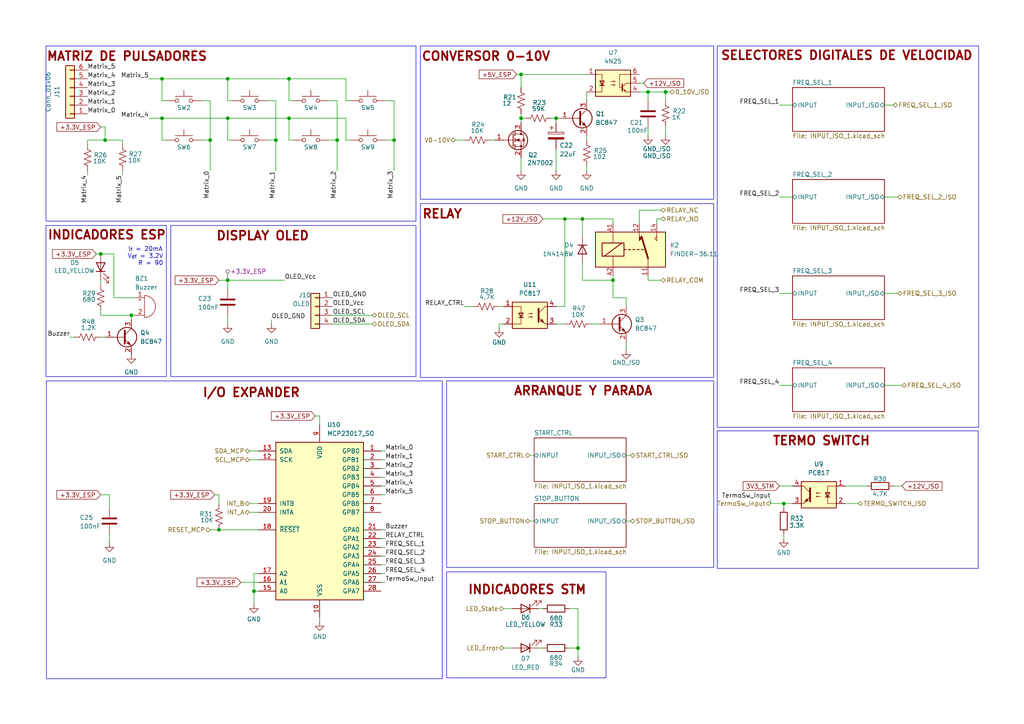
<source format=kicad_sch>
(kicad_sch (version 20250114) (generator "eeschema") (generator_version "9.0")
  (paper "A4")
  (title_block (title "Variador de frecuencia LVDC") (date "2025-08-05") (rev "0") (company "Andrenacci - Carra"))
  (lib_symbols
    (symbol "Connector_Generic:Conn_01x04" (pin_names (offset 1.016) (hide yes))
      (property "Reference" "J" (at 0 5.08 0))
      (property "Value" "Conn_01x04" (at 0 -7.62 0))
      (symbol "Conn_01x04_1_1"
        (pin passive line (at -5.08 2.54 0) (length 3.81) (name "Pin_1") (number "1"))
        (pin passive line (at -5.08 0 0) (length 3.81) (name "Pin_2") (number "2"))
        (pin passive line (at -5.08 -2.54 0) (length 3.81) (name "Pin_3") (number "3"))
        (pin passive line (at -5.08 -5.08 0) (length 3.81) (name "Pin_4") (number "4"))
      )
    )
    (symbol "Connector_Generic:Conn_01x06" (pin_names (offset 1.016) (hide yes))
      (property "Reference" "J" (at 0 7.62 0))
      (property "Value" "Conn_01x06" (at 0 -10.16 0))
      (symbol "Conn_01x06_1_1"
        (pin passive line (at -5.08 5.08 0) (length 3.81) (name "Pin_1") (number "1"))
        (pin passive line (at -5.08 2.54 0) (length 3.81) (name "Pin_2") (number "2"))
        (pin passive line (at -5.08 0 0) (length 3.81) (name "Pin_3") (number "3"))
        (pin passive line (at -5.08 -2.54 0) (length 3.81) (name "Pin_4") (number "4"))
        (pin passive line (at -5.08 -5.08 0) (length 3.81) (name "Pin_5") (number "5"))
        (pin passive line (at -5.08 -7.62 0) (length 3.81) (name "Pin_6") (number "6"))
      )
    )
    (symbol "Device:Buzzer" (pin_names (offset 0.0254) (hide yes))
      (property "Reference" "BZ" (at 3.81 1.27 0))
      (property "Value" "Buzzer" (at 3.81 -1.27 0))
      (symbol "Buzzer_1_1"
        (pin passive line (at -2.54 2.54 0) (length 2.54) (name "+") (number "1"))
        (pin passive line (at -2.54 -2.54 0) (length 2.54) (name "-") (number "2"))
      )
    )
    (symbol "Device:C" (pin_numbers (hide yes)) (pin_names (offset 0.254))
      (property "Reference" "C" (at 0.635 2.54 0))
      (property "Value" "C" (at 0.635 -2.54 0))
      (symbol "C_1_1"
        (pin passive line (at 0 3.81 270) (length 2.794) (name "~") (number "1"))
        (pin passive line (at 0 -3.81 90) (length 2.794) (name "~") (number "2"))
      )
    )
    (symbol "Device:C_Polarized" (pin_numbers (hide yes)) (pin_names (offset 0.254))
      (property "Reference" "C" (at 0.635 2.54 0))
      (property "Value" "C_Polarized" (at 0.635 -2.54 0))
      (symbol "C_Polarized_1_1"
        (pin passive line (at 0 3.81 270) (length 2.794) (name "~") (number "1"))
        (pin passive line (at 0 -3.81 90) (length 2.794) (name "~") (number "2"))
      )
    )
    (symbol "Device:LED" (pin_numbers (hide yes)) (pin_names (offset 1.016) (hide yes))
      (property "Reference" "D" (at 0 2.54 0))
      (property "Value" "LED" (at 0 -2.54 0))
      (symbol "LED_1_1"
        (pin passive line (at -3.81 0 0) (length 2.54) (name "K") (number "1"))
        (pin passive line (at 3.81 0 180) (length 2.54) (name "A") (number "2"))
      )
    )
    (symbol "Device:R" (pin_numbers (hide yes)) (pin_names (offset 0))
      (property "Reference" "R" (at 2.032 0 90))
      (property "Value" "R" (at 0 0 90))
      (symbol "R_1_1"
        (pin passive line (at 0 3.81 270) (length 1.27) (name "~") (number "1"))
        (pin passive line (at 0 -3.81 90) (length 1.27) (name "~") (number "2"))
      )
    )
    (symbol "Device:R_US" (pin_numbers (hide yes)) (pin_names (offset 0))
      (property "Reference" "R" (at 2.54 0 90))
      (property "Value" "R_US" (at -2.54 0 90))
      (symbol "R_US_1_1"
        (pin passive line (at 0 3.81 270) (length 1.27) (name "~") (number "1"))
        (pin passive line (at 0 -3.81 90) (length 1.27) (name "~") (number "2"))
      )
    )
    (symbol "Diode:1N4148W" (pin_numbers (hide yes)) (pin_names (hide yes))
      (property "Reference" "D" (at 0 2.54 0))
      (property "Value" "1N4148W" (at 0 -2.54 0))
      (symbol "1N4148W_1_1"
        (pin passive line (at -3.81 0 0) (length 2.54) (name "K") (number "1"))
        (pin passive line (at 3.81 0 180) (length 2.54) (name "A") (number "2"))
      )
    )
    (symbol "Interface_Expansion:MCP23017_SO" (pin_names (offset 1.016))
      (property "Reference" "U" (at -11.43 24.13 0))
      (property "Value" "MCP23017_SO" (at 0 0 0))
      (symbol "MCP23017_SO_1_1"
        (pin bidirectional line (at -17.78 20.32 0) (length 5.08) (name "SDA") (number "13"))
        (pin input line (at -17.78 17.78 0) (length 5.08) (name "SCK") (number "12"))
        (pin tri_state line (at -17.78 5.08 0) (length 5.08) (name "INTB") (number "19"))
        (pin tri_state line (at -17.78 2.54 0) (length 5.08) (name "INTA") (number "20"))
        (pin input line (at -17.78 -2.54 0) (length 5.08) (name "~{RESET}") (number "18"))
        (pin input line (at -17.78 -15.24 0) (length 5.08) (name "A2") (number "17"))
        (pin input line (at -17.78 -17.78 0) (length 5.08) (name "A1") (number "16"))
        (pin input line (at -17.78 -20.32 0) (length 5.08) (name "A0") (number "15"))
        (pin no_connect line (at -12.7 15.24 0) (length 5.08) (hide yes) (name "NC") (number "11"))
        (pin no_connect line (at -12.7 12.7 0) (length 5.08) (hide yes) (name "NC") (number "14"))
        (pin power_in line (at 0 27.94 270) (length 5.08) (name "VDD") (number "9"))
        (pin power_in line (at 0 -27.94 90) (length 5.08) (name "VSS") (number "10"))
        (pin bidirectional line (at 17.78 20.32 180) (length 5.08) (name "GPB0") (number "1"))
        (pin bidirectional line (at 17.78 17.78 180) (length 5.08) (name "GPB1") (number "2"))
        (pin bidirectional line (at 17.78 15.24 180) (length 5.08) (name "GPB2") (number "3"))
        (pin bidirectional line (at 17.78 12.7 180) (length 5.08) (name "GPB3") (number "4"))
        (pin bidirectional line (at 17.78 10.16 180) (length 5.08) (name "GPB4") (number "5"))
        (pin bidirectional line (at 17.78 7.62 180) (length 5.08) (name "GPB5") (number "6"))
        (pin bidirectional line (at 17.78 5.08 180) (length 5.08) (name "GPB6") (number "7"))
        (pin output line (at 17.78 2.54 180) (length 5.08) (name "GPB7") (number "8"))
        (pin bidirectional line (at 17.78 -2.54 180) (length 5.08) (name "GPA0") (number "21"))
        (pin bidirectional line (at 17.78 -5.08 180) (length 5.08) (name "GPA1") (number "22"))
        (pin bidirectional line (at 17.78 -7.62 180) (length 5.08) (name "GPA2") (number "23"))
        (pin bidirectional line (at 17.78 -10.16 180) (length 5.08) (name "GPA3") (number "24"))
        (pin bidirectional line (at 17.78 -12.7 180) (length 5.08) (name "GPA4") (number "25"))
        (pin bidirectional line (at 17.78 -15.24 180) (length 5.08) (name "GPA5") (number "26"))
        (pin bidirectional line (at 17.78 -17.78 180) (length 5.08) (name "GPA6") (number "27"))
        (pin output line (at 17.78 -20.32 180) (length 5.08) (name "GPA7") (number "28"))
      )
    )
    (symbol "Isolator:4N25" (pin_names (offset 1.016))
      (property "Reference" "U" (at -5.08 5.08 0))
      (property "Value" "4N25" (at 0 5.08 0))
      (symbol "4N25_1_1"
        (pin passive line (at -7.62 2.54 0) (length 2.54) (name "~") (number "1"))
        (pin passive line (at -7.62 -2.54 0) (length 2.54) (name "~") (number "2"))
        (pin no_connect line (at -5.08 0 0) (length 2.54) (hide yes) (name "NC") (number "3"))
        (pin passive line (at 7.62 2.54 180) (length 2.54) (name "~") (number "6"))
        (pin passive line (at 7.62 0 180) (length 2.54) (name "~") (number "5"))
        (pin passive line (at 7.62 -2.54 180) (length 2.54) (name "~") (number "4"))
      )
    )
    (symbol "Isolator:PC817" (pin_names (offset 1.016))
      (property "Reference" "U" (at -5.08 5.08 0))
      (property "Value" "PC817" (at 0 5.08 0))
      (symbol "PC817_1_1"
        (pin passive line (at -7.62 2.54 0) (length 2.54) (name "~") (number "1"))
        (pin passive line (at -7.62 -2.54 0) (length 2.54) (name "~") (number "2"))
        (pin passive line (at 7.62 2.54 180) (length 2.54) (name "~") (number "4"))
        (pin passive line (at 7.62 -2.54 180) (length 2.54) (name "~") (number "3"))
      )
    )
    (symbol "Relay:FINDER-36.11"
      (property "Reference" "K" (at 11.43 3.81 0))
      (property "Value" "FINDER-36.11" (at 11.43 1.27 0))
      (symbol "FINDER-36.11_1_1"
        (pin passive line (at -5.08 7.62 270) (length 2.54) (name "~") (number "A1"))
        (pin passive line (at -5.08 -7.62 90) (length 2.54) (name "~") (number "A2"))
        (pin passive line (at 2.54 7.62 270) (length 2.54) (name "~") (number "12"))
        (pin passive line (at 5.08 -7.62 90) (length 2.54) (name "~") (number "11"))
        (pin passive line (at 7.62 7.62 270) (length 2.54) (name "~") (number "14"))
      )
    )
    (symbol "SW_MEC_5G_1" (pin_numbers (hide yes)) (pin_names (offset 1.016) (hide yes))
      (property "Reference" "SW2" (at 0 -2.032 0))
      (symbol "SW_MEC_5G_1_0_1"
        (pin passive line (at -5.08 0 0) (length 2.54) (name "A") (number "1"))
      )
      (symbol "SW_MEC_5G_1_1_1"
        (pin passive line (at 5.08 0 180) (length 2.54) (name "B") (number "2"))
      )
    )
    (symbol "Transistor_BJT:BC847" (pin_names (offset 0) (hide yes))
      (property "Reference" "Q" (at 5.08 1.905 0))
      (property "Value" "BC847" (at 5.08 0 0))
      (symbol "BC847_1_1"
        (pin input line (at -5.08 0 0) (length 2.54) (name "B") (number "1"))
        (pin passive line (at 2.54 5.08 270) (length 2.54) (name "C") (number "3"))
        (pin passive line (at 2.54 -5.08 90) (length 2.54) (name "E") (number "2"))
      )
    )
    (symbol "Transistor_FET:2N7002" (pin_names (offset 0) (hide yes))
      (property "Reference" "Q" (at 5.08 1.905 0))
      (property "Value" "2N7002" (at 5.08 0 0))
      (symbol "2N7002_1_1"
        (pin input line (at -5.08 0 0) (length 2.54) (name "G") (number "1"))
        (pin passive line (at 2.54 5.08 270) (length 2.54) (name "D") (number "3"))
        (pin passive line (at 2.54 -5.08 90) (length 2.54) (name "S") (number "2"))
      )
    )
    (symbol "power:GND" (power) (pin_numbers (hide yes)) (pin_names (offset 0) (hide yes))
      (property "Value" "GND" (at 0 -3.81 0))
      (symbol "GND_1_1"
        (pin power_in line (at 0 0 270) (length 0) (name "~") (number "1"))
      )
    )
  )
  (rectangle (start 208.026 124.968) (end 283.718 164.846))
  (rectangle (start 13.335 13.335) (end 120.65 64.135))
  (rectangle (start 49.53 65.405) (end 120.65 109.22))
  (rectangle (start 121.92 13.335) (end 207.01 57.785))
  (rectangle (start 129.54 110.49) (end 207.01 164.592))
  (rectangle (start 13.335 65.405) (end 48.26 109.22))
  (rectangle (start 121.92 59.055) (end 207.01 109.474))
  (rectangle (start 129.54 165.862) (end 175.768 196.596))
  (rectangle (start 208.026 13.335) (end 283.845 123.952))
  (rectangle (start 13.462 110.49) (end 128.27 196.85))
  (text "R = 90" (at 43.688 76.454 0) (effects (font (size 1.27 1.27))))
  (text "I_{f} = 20mA\nV_{d_{f}} = 3.2V" (at 42.164 73.406 0) (effects (font (size 1.27 1.27))))
  (text "RELAY" (at 128.27 62.23 0) (effects (font (size 2.54 2.54) (thickness 0.508) (bold yes))))
  (text "MATRIZ DE PULSADORES" (at 36.83 16.51 0) (effects (font (size 2.54 2.54) (thickness 0.508) (bold yes))))
  (text "ARRANQUE Y PARADA" (at 169.164 113.538 0) (effects (font (size 2.54 2.54) (thickness 0.508) (bold yes))))
  (text "INDICADORES STM" (at 152.908 171.196 0) (effects (font (size 2.54 2.54) (thickness 0.508) (bold yes))))
  (text "TERMO SWITCH" (at 238.252 128.016 0) (effects (font (size 2.54 2.54) (thickness 0.508) (bold yes))))
  (text "I/O EXPANDER" (at 72.898 114.046 0) (effects (font (size 2.54 2.54) (thickness 0.508) (bold yes))))
  (text "DISPLAY OLED" (at 76.2 68.58 0) (effects (font (size 2.54 2.54) (thickness 0.508) (bold yes))))
  (text "INDICADORES ESP" (at 30.988 68.326 0) (effects (font (size 2.54 2.54) (thickness 0.508) (bold yes))))
  (text "SELECTORES DIGITALES DE VELOCIDAD\n" (at 245.618 16.256 0) (effects (font (size 2.54 2.54) (thickness 0.508) (bold yes))))
  (text "CONVERSOR 0-10V" (at 140.97 16.51 0) (effects (font (size 2.54 2.54) (thickness 0.508) (bold yes))))
  (junction (at 227.33 146.05))
  (junction (at 80.01 40.64))
  (junction (at 168.91 63.5))
  (junction (at 114.3 40.64))
  (junction (at 38.1 91.44))
  (junction (at 29.21 73.66))
  (junction (at 177.8 81.28))
  (junction (at 161.29 34.29))
  (junction (at 151.13 21.59))
  (junction (at 163.83 63.5))
  (junction (at 83.82 34.29))
  (junction (at 151.13 34.29))
  (junction (at 167.64 187.96))
  (junction (at 73.66 171.45))
  (junction (at 66.04 81.28))
  (junction (at 30.48 40.64))
  (junction (at 193.04 26.67))
  (junction (at 46.99 22.86))
  (junction (at 66.04 22.86))
  (junction (at 63.5 153.67))
  (junction (at 97.79 40.64))
  (junction (at 83.82 22.86))
  (junction (at 60.96 40.64))
  (junction (at 46.99 34.29))
  (junction (at 66.04 34.29))
  (junction (at 187.96 26.67))
  (wire (pts (xy 142.24 40.64) (xy 143.51 40.64)))
  (wire (pts (xy 69.85 168.91) (xy 74.93 168.91)))
  (wire (pts (xy 63.5 81.28) (xy 66.04 81.28)))
  (wire (pts (xy 167.64 187.96) (xy 167.64 176.53)))
  (wire (pts (xy 227.33 146.05) (xy 223.52 146.05)))
  (wire (pts (xy 181.61 86.36) (xy 177.8 86.36)))
  (wire (pts (xy 60.96 40.64) (xy 60.96 49.53)))
  (wire (pts (xy 256.54 85.09) (xy 260.35 85.09)))
  (wire (pts (xy 100.33 29.21) (xy 100.33 22.86)))
  (wire (pts (xy 181.61 86.36) (xy 181.61 88.9)))
  (wire (pts (xy 226.06 140.97) (xy 229.87 140.97)))
  (wire (pts (xy 110.49 133.35) (xy 111.76 133.35)))
  (wire (pts (xy 110.49 138.43) (xy 111.76 138.43)))
  (wire (pts (xy 181.61 132.08) (xy 182.88 132.08)))
  (wire (pts (xy 161.29 43.18) (xy 161.29 49.53)))
  (wire (pts (xy 186.69 24.13) (xy 185.42 24.13)))
  (wire (pts (xy 146.05 176.53) (xy 148.59 176.53)))
  (wire (pts (xy 170.18 48.26) (xy 170.18 49.53)))
  (wire (pts (xy 66.04 91.44) (xy 66.04 93.98)))
  (wire (pts (xy 29.21 36.83) (xy 30.48 36.83)))
  (wire (pts (xy 25.4 40.64) (xy 25.4 41.91)))
  (wire (pts (xy 73.66 166.37) (xy 74.93 166.37)))
  (wire (pts (xy 248.92 146.05) (xy 245.11 146.05)))
  (wire (pts (xy 38.1 91.44) (xy 39.37 91.44)))
  (wire (pts (xy 151.13 33.02) (xy 151.13 34.29)))
  (wire (pts (xy 111.76 166.37) (xy 110.49 166.37)))
  (wire (pts (xy 83.82 34.29) (xy 100.33 34.29)))
  (wire (pts (xy 156.21 176.53) (xy 157.48 176.53)))
  (wire (pts (xy 163.83 63.5) (xy 163.83 88.9)))
  (wire (pts (xy 161.29 88.9) (xy 163.83 88.9)))
  (wire (pts (xy 43.18 22.86) (xy 46.99 22.86)))
  (wire (pts (xy 170.18 39.37) (xy 170.18 40.64)))
  (wire (pts (xy 191.77 63.5) (xy 190.5 63.5)))
  (wire (pts (xy 60.96 153.67) (xy 63.5 153.67)))
  (wire (pts (xy 38.1 91.44) (xy 38.1 92.71)))
  (wire (pts (xy 72.39 146.05) (xy 74.93 146.05)))
  (wire (pts (xy 97.79 40.64) (xy 97.79 49.53)))
  (wire (pts (xy 73.66 171.45) (xy 73.66 166.37)))
  (wire (pts (xy 110.49 143.51) (xy 111.76 143.51)))
  (wire (pts (xy 111.76 163.83) (xy 110.49 163.83)))
  (wire (pts (xy 46.99 40.64) (xy 48.26 40.64)))
  (wire (pts (xy 187.96 26.67) (xy 187.96 29.21)))
  (wire (pts (xy 144.78 93.98) (xy 144.78 95.25)))
  (wire (pts (xy 114.3 40.64) (xy 114.3 29.21)))
  (wire (pts (xy 168.91 76.2) (xy 168.91 81.28)))
  (wire (pts (xy 95.25 29.21) (xy 97.79 29.21)))
  (wire (pts (xy 66.04 22.86) (xy 66.04 29.21)))
  (wire (pts (xy 226.06 111.76) (xy 229.87 111.76)))
  (wire (pts (xy 168.91 63.5) (xy 177.8 63.5)))
  (wire (pts (xy 96.52 91.44) (xy 107.95 91.44)))
  (wire (pts (xy 149.86 21.59) (xy 151.13 21.59)))
  (wire (pts (xy 80.01 40.64) (xy 80.01 49.53)))
  (wire (pts (xy 48.26 29.21) (xy 46.99 29.21)))
  (wire (pts (xy 177.8 63.5) (xy 177.8 64.77)))
  (wire (pts (xy 46.99 34.29) (xy 66.04 34.29)))
  (wire (pts (xy 226.06 30.48) (xy 229.87 30.48)))
  (wire (pts (xy 187.96 36.83) (xy 187.96 39.37)))
  (wire (pts (xy 146.05 187.96) (xy 148.59 187.96)))
  (wire (pts (xy 181.61 99.06) (xy 181.61 101.6)))
  (wire (pts (xy 46.99 22.86) (xy 66.04 22.86)))
  (wire (pts (xy 111.76 168.91) (xy 110.49 168.91)))
  (wire (pts (xy 29.21 91.44) (xy 38.1 91.44)))
  (wire (pts (xy 100.33 22.86) (xy 83.82 22.86)))
  (wire (pts (xy 58.42 40.64) (xy 60.96 40.64)))
  (wire (pts (xy 66.04 81.28) (xy 66.04 83.82)))
  (wire (pts (xy 83.82 29.21) (xy 85.09 29.21)))
  (wire (pts (xy 29.21 73.66) (xy 33.02 73.66)))
  (wire (pts (xy 92.71 120.65) (xy 92.71 123.19)))
  (wire (pts (xy 31.75 154.94) (xy 31.75 157.48)))
  (wire (pts (xy 31.75 143.51) (xy 31.75 147.32)))
  (wire (pts (xy 151.13 34.29) (xy 152.4 34.29)))
  (wire (pts (xy 151.13 21.59) (xy 151.13 25.4)))
  (wire (pts (xy 29.21 97.79) (xy 30.48 97.79)))
  (wire (pts (xy 60.96 29.21) (xy 60.96 40.64)))
  (wire (pts (xy 29.21 91.44) (xy 29.21 90.17)))
  (wire (pts (xy 77.47 40.64) (xy 80.01 40.64)))
  (wire (pts (xy 35.56 40.64) (xy 35.56 41.91)))
  (wire (pts (xy 77.47 29.21) (xy 80.01 29.21)))
  (wire (pts (xy 171.45 93.98) (xy 173.99 93.98)))
  (wire (pts (xy 97.79 29.21) (xy 97.79 40.64)))
  (wire (pts (xy 153.67 151.13) (xy 154.94 151.13)))
  (wire (pts (xy 100.33 34.29) (xy 100.33 40.64)))
  (wire (pts (xy 58.42 29.21) (xy 60.96 29.21)))
  (wire (pts (xy 251.46 140.97) (xy 245.11 140.97)))
  (wire (pts (xy 134.62 88.9) (xy 137.16 88.9)))
  (wire (pts (xy 114.3 40.64) (xy 114.3 49.53)))
  (wire (pts (xy 163.83 63.5) (xy 168.91 63.5)))
  (wire (pts (xy 72.39 133.35) (xy 74.93 133.35)))
  (wire (pts (xy 83.82 22.86) (xy 83.82 29.21)))
  (wire (pts (xy 46.99 34.29) (xy 46.99 40.64)))
  (wire (pts (xy 63.5 143.51) (xy 63.5 146.05)))
  (wire (pts (xy 227.33 146.05) (xy 227.33 147.32)))
  (wire (pts (xy 43.18 34.29) (xy 46.99 34.29)))
  (wire (pts (xy 66.04 81.28) (xy 82.55 81.28)))
  (wire (pts (xy 100.33 40.64) (xy 101.6 40.64)))
  (wire (pts (xy 63.5 153.67) (xy 74.93 153.67)))
  (wire (pts (xy 29.21 143.51) (xy 31.75 143.51)))
  (wire (pts (xy 161.29 34.29) (xy 162.56 34.29)))
  (wire (pts (xy 110.49 130.81) (xy 111.76 130.81)))
  (wire (pts (xy 227.33 156.21) (xy 227.33 154.94)))
  (wire (pts (xy 229.87 146.05) (xy 227.33 146.05)))
  (wire (pts (xy 83.82 34.29) (xy 83.82 40.64)))
  (wire (pts (xy 29.21 82.55) (xy 29.21 81.28)))
  (wire (pts (xy 101.6 29.21) (xy 100.33 29.21)))
  (wire (pts (xy 185.42 26.67) (xy 187.96 26.67)))
  (wire (pts (xy 110.49 156.21) (xy 111.76 156.21)))
  (wire (pts (xy 144.78 93.98) (xy 146.05 93.98)))
  (wire (pts (xy 67.31 40.64) (xy 66.04 40.64)))
  (wire (pts (xy 66.04 22.86) (xy 83.82 22.86)))
  (wire (pts (xy 177.8 81.28) (xy 168.91 81.28)))
  (wire (pts (xy 78.74 92.71) (xy 78.74 93.98)))
  (wire (pts (xy 226.06 57.15) (xy 229.87 57.15)))
  (wire (pts (xy 170.18 26.67) (xy 170.18 29.21)))
  (wire (pts (xy 151.13 45.72) (xy 151.13 49.53)))
  (wire (pts (xy 144.78 88.9) (xy 146.05 88.9)))
  (wire (pts (xy 190.5 63.5) (xy 190.5 64.77)))
  (wire (pts (xy 167.64 190.5) (xy 167.64 187.96)))
  (wire (pts (xy 33.02 73.66) (xy 33.02 86.36)))
  (wire (pts (xy 193.04 26.67) (xy 194.31 26.67)))
  (wire (pts (xy 91.44 120.65) (xy 92.71 120.65)))
  (wire (pts (xy 110.49 153.67) (xy 111.76 153.67)))
  (wire (pts (xy 111.76 161.29) (xy 110.49 161.29)))
  (wire (pts (xy 185.42 60.96) (xy 191.77 60.96)))
  (wire (pts (xy 187.96 80.01) (xy 187.96 81.28)))
  (wire (pts (xy 165.1 187.96) (xy 167.64 187.96)))
  (wire (pts (xy 30.48 36.83) (xy 30.48 40.64)))
  (wire (pts (xy 165.1 176.53) (xy 167.64 176.53)))
  (wire (pts (xy 62.23 143.51) (xy 63.5 143.51)))
  (wire (pts (xy 25.4 49.53) (xy 25.4 50.8)))
  (wire (pts (xy 46.99 29.21) (xy 46.99 22.86)))
  (wire (pts (xy 256.54 57.15) (xy 260.35 57.15)))
  (wire (pts (xy 110.49 140.97) (xy 111.76 140.97)))
  (wire (pts (xy 73.66 171.45) (xy 74.93 171.45)))
  (wire (pts (xy 92.71 179.07) (xy 92.71 180.34)))
  (wire (pts (xy 261.62 140.97) (xy 259.08 140.97)))
  (wire (pts (xy 66.04 34.29) (xy 66.04 40.64)))
  (wire (pts (xy 161.29 34.29) (xy 161.29 35.56)))
  (wire (pts (xy 193.04 26.67) (xy 193.04 29.21)))
  (wire (pts (xy 25.4 40.64) (xy 30.48 40.64)))
  (wire (pts (xy 168.91 63.5) (xy 168.91 68.58)))
  (wire (pts (xy 110.49 135.89) (xy 111.76 135.89)))
  (wire (pts (xy 66.04 29.21) (xy 67.31 29.21)))
  (wire (pts (xy 191.77 81.28) (xy 187.96 81.28)))
  (wire (pts (xy 111.76 40.64) (xy 114.3 40.64)))
  (wire (pts (xy 30.48 40.64) (xy 35.56 40.64)))
  (wire (pts (xy 27.94 73.66) (xy 29.21 73.66)))
  (wire (pts (xy 96.52 93.98) (xy 107.95 93.98)))
  (wire (pts (xy 226.06 85.09) (xy 229.87 85.09)))
  (wire (pts (xy 177.8 81.28) (xy 177.8 86.36)))
  (wire (pts (xy 256.54 111.76) (xy 261.62 111.76)))
  (wire (pts (xy 223.52 146.05) (xy 223.52 144.78)))
  (wire (pts (xy 161.29 93.98) (xy 163.83 93.98)))
  (wire (pts (xy 185.42 64.77) (xy 185.42 60.96)))
  (wire (pts (xy 95.25 40.64) (xy 97.79 40.64)))
  (wire (pts (xy 151.13 34.29) (xy 151.13 35.56)))
  (wire (pts (xy 160.02 34.29) (xy 161.29 34.29)))
  (wire (pts (xy 132.08 40.64) (xy 134.62 40.64)))
  (wire (pts (xy 72.39 148.59) (xy 74.93 148.59)))
  (wire (pts (xy 66.04 34.29) (xy 83.82 34.29)))
  (wire (pts (xy 33.02 86.36) (xy 39.37 86.36)))
  (wire (pts (xy 20.32 97.79) (xy 21.59 97.79)))
  (wire (pts (xy 193.04 36.83) (xy 193.04 39.37)))
  (wire (pts (xy 181.61 151.13) (xy 182.88 151.13)))
  (wire (pts (xy 72.39 130.81) (xy 74.93 130.81)))
  (wire (pts (xy 83.82 40.64) (xy 85.09 40.64)))
  (wire (pts (xy 80.01 29.21) (xy 80.01 40.64)))
  (wire (pts (xy 170.18 21.59) (xy 151.13 21.59)))
  (wire (pts (xy 157.48 63.5) (xy 163.83 63.5)))
  (wire (pts (xy 256.54 30.48) (xy 259.08 30.48)))
  (wire (pts (xy 111.76 158.75) (xy 110.49 158.75)))
  (wire (pts (xy 35.56 49.53) (xy 35.56 50.8)))
  (wire (pts (xy 114.3 29.21) (xy 111.76 29.21)))
  (wire (pts (xy 73.66 175.26) (xy 73.66 171.45)))
  (wire (pts (xy 187.96 26.67) (xy 193.04 26.67)))
  (wire (pts (xy 153.67 132.08) (xy 154.94 132.08)))
  (wire (pts (xy 156.21 187.96) (xy 157.48 187.96)))
  (wire (pts (xy 177.8 80.01) (xy 177.8 81.28)))
  (label "OLED_SDA" (at 96.52 93.98 0))
  (label "Matrix_0" (at 111.76 130.81 0))
  (label "Matrix_3" (at 25.4 25.4 0))
  (label "FREQ_SEL_4" (at 226.06 111.76 180))
  (label "Buzzer" (at 111.76 153.67 0))
  (label "Matrix_5" (at 25.4 20.32 0))
  (label "Matrix_5" (at 43.18 22.86 180))
  (label "FREQ_SEL_4" (at 111.76 166.37 0))
  (label "FREQ_SEL_2" (at 111.76 161.29 0))
  (label "Matrix_3" (at 111.76 138.43 0))
  (label "Matrix_0" (at 60.96 49.53 270))
  (label "Matrix_2" (at 111.76 135.89 0))
  (label "Matrix_3" (at 114.3 49.53 270))
  (label "FREQ_SEL_3" (at 111.76 163.83 0))
  (label "Buzzer" (at 20.32 97.79 180))
  (label "Matrix_4" (at 25.4 22.86 0))
  (label "OLED_SCL" (at 96.52 91.44 0))
  (label "RELAY_CTRL" (at 111.76 156.21 0))
  (label "OLED_Vcc" (at 82.55 81.28 0))
  (label "OLED_Vcc" (at 96.52 88.9 0))
  (label "TermoSw_Input" (at 223.52 144.78 180))
  (label "Matrix_1" (at 25.4 30.48 0))
  (label "Matrix_4" (at 25.4 50.8 270))
  (label "FREQ_SEL_1" (at 111.76 158.75 0))
  (label "Matrix_2" (at 25.4 27.94 0))
  (label "Matrix_5" (at 35.56 50.8 270))
  (label "FREQ_SEL_2" (at 226.06 57.15 180))
  (label "Matrix_4" (at 111.76 140.97 0))
  (label "Matrix_5" (at 111.76 143.51 0))
  (label "TermoSw_Input" (at 111.76 168.91 0))
  (label "OLED_GND" (at 96.52 86.36 0))
  (label "Matrix_2" (at 97.79 49.53 270))
  (label "RELAY_CTRL" (at 134.62 88.9 180))
  (label "FREQ_SEL_1" (at 226.06 30.48 180))
  (label "OLED_GND" (at 78.74 92.71 0))
  (label "Matrix_4" (at 43.18 34.29 180))
  (label "Matrix_1" (at 80.01 49.53 270))
  (label "Matrix_1" (at 111.76 133.35 0))
  (label "FREQ_SEL_3" (at 226.06 85.09 180))
  (label "Matrix_0" (at 25.4 33.02 0))
  (global_label "3V3_STM" (shape input) (at 226.06 140.97 180) (property "Intersheetrefs" "${INTERSHEET_REFS}" (effects (hide yes))))
  (global_label "+12V_ISO" (shape input) (at 186.69 24.13 0) (property "Intersheetrefs" "${INTERSHEET_REFS}" (effects (hide yes))))
  (global_label "+3.3V_ESP" (shape input) (at 63.5 81.28 180) (property "Intersheetrefs" "${INTERSHEET_REFS}" (effects (hide yes))))
  (global_label "+3.3V_ESP" (shape input) (at 69.85 168.91 180) (property "Intersheetrefs" "${INTERSHEET_REFS}" (effects (hide yes))))
  (global_label "+5V_ESP" (shape input) (at 149.86 21.59 180) (property "Intersheetrefs" "${INTERSHEET_REFS}" (effects (hide yes))))
  (global_label "+3.3V_ESP" (shape input) (at 62.23 143.51 180) (property "Intersheetrefs" "${INTERSHEET_REFS}" (effects (hide yes))))
  (global_label "+12V_ISO" (shape input) (at 261.62 140.97 0) (property "Intersheetrefs" "${INTERSHEET_REFS}" (effects (hide yes))))
  (global_label "+3.3V_ESP" (shape input) (at 27.94 73.66 180) (property "Intersheetrefs" "${INTERSHEET_REFS}" (effects (hide yes))))
  (global_label "+3.3V_ESP" (shape input) (at 29.21 36.83 180) (property "Intersheetrefs" "${INTERSHEET_REFS}" (effects (hide yes))))
  (global_label "+12V_ISO" (shape input) (at 157.48 63.5 180) (property "Intersheetrefs" "${INTERSHEET_REFS}" (effects (hide yes))))
  (global_label "+3.3V_ESP" (shape input) (at 29.21 143.51 180) (property "Intersheetrefs" "${INTERSHEET_REFS}" (effects (hide yes))))
  (global_label "+3.3V_ESP" (shape input) (at 91.44 120.65 180) (property "Intersheetrefs" "${INTERSHEET_REFS}" (effects (hide yes))))
  (hierarchical_label "V0-10V" (shape bidirectional) (at 132.08 40.64 180))
  (hierarchical_label "RESET_MCP" (shape bidirectional) (at 60.96 153.67 180))
  (hierarchical_label "TERMO_SWITCH_ISO" (shape bidirectional) (at 248.92 146.05 0))
  (hierarchical_label "LED_Error" (shape bidirectional) (at 146.05 187.96 180))
  (hierarchical_label "FREQ_SEL_4_ISO" (shape bidirectional) (at 261.62 111.76 0))
  (hierarchical_label "SCL_MCP" (shape bidirectional) (at 72.39 133.35 180))
  (hierarchical_label "0_10V_ISO" (shape bidirectional) (at 194.31 26.67 0))
  (hierarchical_label "INT_B" (shape bidirectional) (at 72.39 146.05 180))
  (hierarchical_label "RELAY_COM" (shape bidirectional) (at 191.77 81.28 0))
  (hierarchical_label "RELAY_NO" (shape bidirectional) (at 191.77 63.5 0))
  (hierarchical_label "OLED_SCL" (shape bidirectional) (at 107.95 91.44 0))
  (hierarchical_label "FREQ_SEL_2_ISO" (shape bidirectional) (at 260.35 57.15 0))
  (hierarchical_label "OLED_SDA" (shape bidirectional) (at 107.95 93.98 0))
  (hierarchical_label "FREQ_SEL_3_ISO" (shape bidirectional) (at 260.35 85.09 0))
  (hierarchical_label "SDA_MCP" (shape bidirectional) (at 72.39 130.81 180))
  (hierarchical_label "RELAY_NC" (shape bidirectional) (at 191.77 60.96 0))
  (hierarchical_label "START_CTRL_ISO" (shape bidirectional) (at 182.88 132.08 0))
  (hierarchical_label "INT_A" (shape bidirectional) (at 72.39 148.59 180))
  (hierarchical_label "START_CTRL" (shape bidirectional) (at 153.67 132.08 180))
  (hierarchical_label "TermoSw_Input" (shape bidirectional) (at 223.52 146.05 180))
  (hierarchical_label "STOP_BUTTON" (shape bidirectional) (at 153.67 151.13 180))
  (hierarchical_label "STOP_BUTTON_ISO" (shape bidirectional) (at 182.88 151.13 0))
  (hierarchical_label "LED_State" (shape bidirectional) (at 146.05 176.53 180))
  (hierarchical_label "FREQ_SEL_1_ISO" (shape bidirectional) (at 259.08 30.48 0))
  (netclass_flag "" (length 2.54) (shape round) (at 66.04 81.28 0) (property "Netclass" "+3.3V_ESP" (at 66.7385 78.74 0) (effects (justify left))))
  (symbol (lib_id "power:GND") (at 170.18 49.53 0) (unit 1)
    (property "Reference" "#PWR037" (effects (hide yes)))
    (property "Value" "GND" (at 170.18 54.61 0))
    (property "Description" "Power symbol creates a global label with name \"GND\" , ground" (effects (hide yes)))
  )
  (symbol (lib_id "Device:LED") (at 29.21 77.47 90) (unit 1)
    (property "Reference" "D5" (at 20.32 76.2 90) (effects (justify right)))
    (property "Value" "LED_YELLOW" (at 15.748 78.486 90) (effects (justify right)))
    (property "Footprint" "LED_SMD:LED_0603_1608Metric_Pad1.05x0.95mm_HandSolder" (effects (hide yes)))
    (property "Datasheet" "https://www.lcsc.com/datasheet/C965802.pdf" (effects (hide yes)))
    (property "Description" "Light emitting diode" (effects (hide yes)))
    (property "Sim.Pins" "1=K 2=A" (effects (hide yes)))
    (property "Footprint checked" "Yes" (effects (hide yes)))
    (property "Symbol checked" "Yes" (effects (hide yes)))
    (property "Price" "0.0059" (effects (hide yes)))
    (property "Manufacturer" "XINGLIGHT" (effects (hide yes)))
    (property "Compra" "https://www.lcsc.com/product-detail/C965802.html" (effects (hide yes)))
  )
  (symbol (lib_id "Device:C") (at 187.96 33.02 0) (unit 1)
    (property "Reference" "C21" (at 182.626 35.56 0) (effects (justify left)))
    (property "Value" "100nF" (at 181.864 37.846 0) (effects (justify left)))
    (property "Footprint" "Capacitor_SMD:C_0603_1608Metric_Pad1.08x0.95mm_HandSolder" (effects (hide yes)))
    (property "Datasheet" "https://www.lcsc.com/datasheet/C14663.pdf" (effects (hide yes)))
    (property "Description" "Unpolarized capacitor" (effects (hide yes)))
    (property "Footprint checked" "Yes" (effects (hide yes)))
    (property "Symbol checked" "Yes" (effects (hide yes)))
    (property "Price" "0.24" (effects (hide yes)))
    (property "Manufacturer" "Yagueo" (effects (hide yes)))
    (property "Compra" "https://www.lcsc.com/product-detail/C14663.html" (effects (hide yes)))
  )
  (symbol (lib_id "power:GND") (at 78.74 93.98 0) (unit 1)
    (property "Reference" "#PWR040" (effects (hide yes)))
    (property "Value" "GND" (at 78.74 99.06 0))
    (property "Description" "Power symbol creates a global label with name \"GND\" , ground" (effects (hide yes)))
  )
  (symbol (lib_id "Device:C") (at 66.04 87.63 0) (unit 1)
    (property "Reference" "C23" (at 57.404 86.614 0) (effects (justify left)))
    (property "Value" "100nF" (at 57.404 89.154 0) (effects (justify left)))
    (property "Footprint" "Capacitor_SMD:C_0603_1608Metric_Pad1.08x0.95mm_HandSolder" (effects (hide yes)))
    (property "Datasheet" "https://www.lcsc.com/datasheet/C14663.pdf" (effects (hide yes)))
    (property "Description" "Unpolarized capacitor" (effects (hide yes)))
    (property "Footprint checked" "Yes" (effects (hide yes)))
    (property "Symbol checked" "Yes" (effects (hide yes)))
    (property "Price" "0.24" (effects (hide yes)))
    (property "Manufacturer" "Yagueo" (effects (hide yes)))
    (property "Compra" "https://www.lcsc.com/product-detail/C14663.html" (effects (hide yes)))
  )
  (symbol (lib_id "power:GND") (at 31.75 157.48 0) (unit 1)
    (property "Reference" "#PWR045" (effects (hide yes)))
    (property "Value" "GND" (at 31.75 162.56 0))
    (property "Description" "Power symbol creates a global label with name \"GND\" , ground" (effects (hide yes)))
  )
  (symbol (lib_id "Connector_Generic:Conn_01x06") (at 20.32 27.94 180) (unit 1)
    (property "Reference" "J11" (at 16.51 26.67 90))
    (property "Value" "Conn_01x06" (at 13.97 26.67 90))
    (property "Footprint" "Connector_PinHeader_2.54mm:PinHeader_1x06_P2.54mm_Horizontal" (effects (hide yes)))
    (property "Description" "Generic connector, single row, 01x06, script generated (kicad-library-utils/schlib/autogen/connector/)" (effects (hide yes)))
  )
  (symbol (lib_id "Device:R_US") (at 25.4 97.79 90) (unit 1)
    (property "Reference" "R48" (at 23.6855 93.2815 90) (effects (justify right)))
    (property "Value" "1.2K" (at 23.4315 95.0595 90) (effects (justify right)))
    (property "Footprint" "Resistor_SMD:R_0603_1608Metric_Pad0.98x0.95mm_HandSolder" (effects (hide yes)))
    (property "Datasheet" "https://www.lcsc.com/datasheet/C2078630.pdf" (effects (hide yes)))
    (property "Description" "Resistor, US symbol" (effects (hide yes)))
    (property "Footprint checked" "Yes" (effects (hide yes)))
    (property "Symbol checked" "Yes" (effects (hide yes)))
    (property "Price" "0.0220" (effects (hide yes)))
    (property "Compra" "https://www.lcsc.com/product-detail/C2078630.html" (effects (hide yes)))
    (property "Manufacturer" "Yagueo" (effects (hide yes)))
  )
  (symbol (lib_id "Device:R_US") (at 167.64 93.98 90) (unit 1)
    (property "Reference" "R47" (at 165.9255 89.4715 90) (effects (justify right)))
    (property "Value" "10K" (at 165.6715 91.2495 90) (effects (justify right)))
    (property "Footprint" "Resistor_SMD:R_0603_1608Metric_Pad0.98x0.95mm_HandSolder" (effects (hide yes)))
    (property "Datasheet" "https://www.lcsc.com/datasheet/C2078630.pdf" (effects (hide yes)))
    (property "Description" "Resistor, US symbol" (effects (hide yes)))
    (property "Footprint checked" "Yes" (effects (hide yes)))
    (property "Symbol checked" "Yes" (effects (hide yes)))
    (property "Price" "0.0220" (effects (hide yes)))
    (property "Compra" "https://www.lcsc.com/product-detail/C2078630.html" (effects (hide yes)))
    (property "Manufacturer" "VISHAY" (effects (hide yes)))
  )
  (symbol (lib_id "Device:R") (at 161.29 187.96 90) (unit 1)
    (property "Reference" "R34" (at 161.29 192.532 90))
    (property "Value" "680" (at 161.29 190.754 90))
    (property "Footprint" "Resistor_SMD:R_0603_1608Metric_Pad0.98x0.95mm_HandSolder" (effects (hide yes)))
    (property "Datasheet" "https://www.lcsc.com/datasheet/C20109434.pdf" (effects (hide yes)))
    (property "Description" "Resistor" (effects (hide yes)))
    (property "Symbol checked" "Yes" (effects (hide yes)))
    (property "Compra" "https://www.lcsc.com/product-detail/C20109434.html" (effects (hide yes)))
    (property "Footprint checked" "Yes" (effects (hide yes)))
    (property "Manufacturer" "ROHM" (effects (hide yes)))
    (property "Price" "0.0186" (effects (hide yes)))
  )
  (symbol (lib_id "Device:R_US") (at 156.21 34.29 90) (unit 1)
    (property "Reference" "R23" (at 154.4955 29.7815 90) (effects (justify right)))
    (property "Value" "59K" (at 154.2415 31.5595 90) (effects (justify right)))
    (property "Footprint" "Resistor_SMD:R_0603_1608Metric_Pad0.98x0.95mm_HandSolder" (effects (hide yes)))
    (property "Datasheet" "https://www.lcsc.com/datasheet/C203697.pdf" (effects (hide yes)))
    (property "Description" "Resistor, US symbol" (effects (hide yes)))
    (property "Footprint checked" "Yes" (effects (hide yes)))
    (property "Symbol checked" "Yes" (effects (hide yes)))
    (property "Price" "0.0087" (effects (hide yes)))
    (property "Compra" "https://www.lcsc.com/product-detail/C203697.html" (effects (hide yes)))
    (property "Manufacturer" "BOURNS" (effects (hide yes)))
  )
  (symbol (lib_id "power:GND") (at 73.66 175.26 0) (unit 1)
    (property "Reference" "#PWR047" (effects (hide yes)))
    (property "Value" "GND" (at 73.66 179.578 0))
    (property "Description" "Power symbol creates a global label with name \"GND\" , ground" (effects (hide yes)))
  )
  (symbol (lib_id "Device:LED") (at 152.4 187.96 180) (unit 1)
    (property "Reference" "D7" (at 152.4 191.008 0))
    (property "Value" "LED_RED" (at 152.4 193.548 0))
    (property "Footprint" "LED_SMD:LED_0603_1608Metric_Pad1.05x0.95mm_HandSolder" (effects (hide yes)))
    (property "Datasheet" "https://www.lcsc.com/datasheet/C965799.pdf" (effects (hide yes)))
    (property "Description" "Light emitting diode" (effects (hide yes)))
    (property "Sim.Pins" "1=K 2=A" (effects (hide yes)))
    (property "Compra" "https://www.lcsc.com/product-detail/C965799.html" (effects (hide yes)))
    (property "Footprint checked" "Yes" (effects (hide yes)))
    (property "Manufacturer" "XINGLIGHT" (effects (hide yes)))
    (property "Price" "0.0032" (effects (hide yes)))
    (property "Symbol checked" "Yes" (effects (hide yes)))
  )
  (symbol (lib_name "SW_MEC_5G_1") (lib_id "Switch:SW_MEC_5G") (at 72.39 40.64 0) (unit 1) (in_bom no) (on_board no)
    (property "Reference" "SW7" (at 72.39 42.672 0))
    (property "Value" "SW_MEC_5G" (effects (hide yes)))
    (property "Footprint" "Footprints:SW_Push_SPST_NO_Alps_SKRK" (effects (hide yes)))
    (property "Datasheet" "https://www.lcsc.com/datasheet/C720478.pdf" (effects (hide yes)))
    (property "Description" "MEC 5G single pole normally-open tactile switch" (effects (hide yes)))
    (property "Compra" "https://www.lcsc.com/product-detail/C720478.html?s_z=n_TS-1088" (effects (hide yes)))
    (property "Manufacturer" "Yuandi" (effects (hide yes)))
    (property "Price" "0.0603" (effects (hide yes)))
    (property "Symbol checked" "Yes" (effects (hide yes)))
  )
  (symbol (lib_id "Isolator:PC817") (at 237.49 143.51 0) (mirror y) (unit 1)
    (property "Reference" "U9" (at 237.49 134.62 0))
    (property "Value" "PC817" (at 237.49 137.16 0))
    (property "Footprint" "Package_DIP:DIP-4_W7.62mm_SMDSocket_SmallPads" (effects (hide yes)))
    (property "Datasheet" "https://www.lcsc.com/datasheet/C3008368.pdf" (effects (hide yes)))
    (property "Description" "DC Optocoupler, Vce 35V, CTR 50-300%, DIP-4" (effects (hide yes)))
    (property "Compra" "https://www.lcsc.com/product-detail/C3008368.html" (effects (hide yes)))
    (property "Manufacturer" "UMW" (effects (hide yes)))
    (property "Price" "0.0347" (effects (hide yes)))
  )
  (symbol (lib_id "power:GND") (at 151.13 49.53 0) (unit 1)
    (property "Reference" "#PWR035" (effects (hide yes)))
    (property "Value" "GND" (at 151.13 54.61 0))
    (property "Description" "Power symbol creates a global label with name \"GND\" , ground" (effects (hide yes)))
  )
  (symbol (lib_id "power:GND") (at 193.04 39.37 0) (unit 1)
    (property "Reference" "#PWR034" (effects (hide yes)))
    (property "Value" "GND_ISO" (at 190.5 43.18 0))
    (property "Description" "Power symbol creates a global label with name \"GND\" , ground" (effects (hide yes)))
  )
  (symbol (lib_id "Device:R") (at 255.27 140.97 270) (mirror x) (unit 1)
    (property "Reference" "R30" (at 255.27 138.938 90))
    (property "Value" "4.7K" (at 255.27 143.256 90))
    (property "Footprint" "Resistor_SMD:R_0603_1608Metric_Pad0.98x0.95mm_HandSolder" (effects (hide yes)))
    (property "Datasheet" "https://www.lcsc.com/datasheet/C2078630.pdf" (effects (hide yes)))
    (property "Description" "Resistor" (effects (hide yes)))
    (property "Symbol checked" "Yes" (effects (hide yes)))
    (property "Compra" "https://www.lcsc.com/product-detail/C2078630.html" (effects (hide yes)))
    (property "Footprint checked" "Yes" (effects (hide yes)))
    (property "Manufacturer" "VISHAY" (effects (hide yes)))
    (property "Price" "0.0220" (effects (hide yes)))
  )
  (symbol (lib_id "Isolator:4N25") (at 177.8 24.13 0) (unit 1)
    (property "Reference" "U7" (at 177.8 15.24 0))
    (property "Value" "4N25" (at 177.8 17.78 0))
    (property "Footprint" "Package_DIP:DIP-6_W7.62mm_SMDSocket_SmallPads" (effects (hide yes)))
    (property "Datasheet" "https://www.lcsc.com/datasheet/C898941.pdf" (effects (hide yes)))
    (property "Description" "DC Optocoupler Base Connected, Vce 30V, CTR 20%, Viso 2500V, DIP6" (effects (hide yes)))
    (property "Compra" "https://www.lcsc.com/product-detail/C898941.html?s_z=n_4N25%2520SMD-6P" (effects (hide yes)))
    (property "Manufacturer" "onsemi" (effects (hide yes)))
    (property "Price" "0.9182" (effects (hide yes)))
  )
  (symbol (lib_id "Device:R") (at 161.29 176.53 90) (unit 1)
    (property "Reference" "R33" (at 161.29 181.102 90))
    (property "Value" "680" (at 161.29 179.324 90))
    (property "Footprint" "Resistor_SMD:R_0603_1608Metric_Pad0.98x0.95mm_HandSolder" (effects (hide yes)))
    (property "Datasheet" "https://www.lcsc.com/datasheet/C20109434.pdf" (effects (hide yes)))
    (property "Description" "Resistor" (effects (hide yes)))
    (property "Symbol checked" "Yes" (effects (hide yes)))
    (property "Compra" "https://www.lcsc.com/product-detail/C20109434.html" (effects (hide yes)))
    (property "Footprint checked" "Yes" (effects (hide yes)))
    (property "Manufacturer" "ROHM" (effects (hide yes)))
    (property "Price" "0.0186" (effects (hide yes)))
  )
  (symbol (lib_id "Device:C") (at 31.75 151.13 0) (unit 1)
    (property "Reference" "C25" (at 23.114 150.114 0) (effects (justify left)))
    (property "Value" "100nF" (at 23.114 152.654 0) (effects (justify left)))
    (property "Footprint" "Capacitor_SMD:C_0603_1608Metric_Pad1.08x0.95mm_HandSolder" (effects (hide yes)))
    (property "Datasheet" "https://www.lcsc.com/datasheet/C14663.pdf" (effects (hide yes)))
    (property "Description" "Unpolarized capacitor" (effects (hide yes)))
    (property "Footprint checked" "Yes" (effects (hide yes)))
    (property "Symbol checked" "Yes" (effects (hide yes)))
    (property "Price" "0.24" (effects (hide yes)))
    (property "Manufacturer" "Yagueo" (effects (hide yes)))
    (property "Compra" "https://www.lcsc.com/product-detail/C14663.html" (effects (hide yes)))
  )
  (symbol (lib_id "Transistor_BJT:BC847") (at 167.64 34.29 0) (unit 1)
    (property "Reference" "Q1" (at 172.72 33.0199 0) (effects (justify left)))
    (property "Value" "BC847" (at 172.72 35.5599 0) (effects (justify left)))
    (property "Footprint" "Package_TO_SOT_SMD:SOT-523" (effects (hide yes)))
    (property "Datasheet" "https://www.lcsc.com/datasheet/C526465.pdf" (effects (hide yes)))
    (property "Description" "0.1A Ic, 45V Vce, NPN Transistor, SOT-23" (effects (hide yes)))
    (property "Price" "0.0379" (effects (hide yes)))
    (property "Manufacturer" "DIODES" (effects (hide yes)))
    (property "Compra" "https://www.lcsc.com/product-detail/C526465.html?s_z=n_BC847C" (effects (hide yes)))
    (property "Symbol checked" "Yes" (effects (hide yes)))
    (property "Footprint checked" "Yes" (effects (hide yes)))
  )
  (symbol (lib_id "Device:R_US") (at 170.18 44.45 180) (unit 1)
    (property "Reference" "R25" (at 172.212 43.688 0) (effects (justify right)))
    (property "Value" "102" (at 171.958 45.466 0) (effects (justify right)))
    (property "Footprint" "Resistor_SMD:R_0603_1608Metric_Pad0.98x0.95mm_HandSolder" (effects (hide yes)))
    (property "Datasheet" "https://www.lcsc.com/datasheet/C4191024.pdf" (effects (hide yes)))
    (property "Description" "Resistor, US symbol" (effects (hide yes)))
    (property "Footprint checked" "Yes" (effects (hide yes)))
    (property "Symbol checked" "Yes" (effects (hide yes)))
    (property "Compra" "https://www.lcsc.com/product-detail/C4191024.html" (effects (hide yes)))
    (property "Manufacturer" "VISHAY" (effects (hide yes)))
  )
  (symbol (lib_id "Device:Buzzer") (at 41.91 88.9 0) (unit 1)
    (property "Reference" "BZ1" (at 39.116 80.772 0) (effects (justify left)))
    (property "Value" "Buzzer" (at 39.116 83.312 0) (effects (justify left)))
    (property "Footprint" "Buzzer_Beeper:Buzzer_12x9.5RM7.6" (effects (hide yes)))
    (property "Datasheet" "https://www.lcsc.com/datasheet/C96222.pdf" (effects (hide yes)))
    (property "Description" "Buzzer, polarized" (effects (hide yes)))
    (property "Footprint checked" "Yes" (effects (hide yes)))
    (property "Symbol checked" "Yes" (effects (hide yes)))
    (property "Price" "3.19" (effects (hide yes)))
    (property "Manufacturer" "  Huaneng" (effects (hide yes)))
    (property "Compra" "https://www.lcsc.com/product-detail/C96222.html" (effects (hide yes)))
  )
  (symbol (lib_id "Device:R") (at 227.33 151.13 0) (mirror x) (unit 1)
    (property "Reference" "R32" (at 231.14 150.368 0))
    (property "Value" "3.3K" (at 231.14 152.4 0))
    (property "Footprint" "Resistor_SMD:R_0603_1608Metric_Pad0.98x0.95mm_HandSolder" (effects (hide yes)))
    (property "Datasheet" "https://www.lcsc.com/datasheet/C4098385.pdf" (effects (hide yes)))
    (property "Description" "Resistor" (effects (hide yes)))
    (property "Symbol checked" "Yes" (effects (hide yes)))
    (property "Compra" "https://www.lcsc.com/product-detail/C4098385.html" (effects (hide yes)))
    (property "Footprint checked" "Yes" (effects (hide yes)))
    (property "Manufacturer" "VISHAY" (effects (hide yes)))
    (property "Price" "0.0301" (effects (hide yes)))
  )
  (symbol (lib_name "SW_MEC_5G_1") (lib_id "Switch:SW_MEC_5G") (at 106.68 40.64 0) (unit 1) (in_bom no) (on_board no)
    (property "Reference" "SW9" (at 106.68 42.672 0))
    (property "Value" "SW_MEC_5G" (effects (hide yes)))
    (property "Footprint" "Footprints:SW_Push_SPST_NO_Alps_SKRK" (effects (hide yes)))
    (property "Datasheet" "https://www.lcsc.com/datasheet/C720478.pdf" (effects (hide yes)))
    (property "Description" "MEC 5G single pole normally-open tactile switch" (effects (hide yes)))
    (property "Compra" "https://www.lcsc.com/product-detail/C720478.html?s_z=n_TS-1088" (effects (hide yes)))
    (property "Manufacturer" "Yuandi" (effects (hide yes)))
    (property "Price" "0.0603" (effects (hide yes)))
    (property "Symbol checked" "Yes" (effects (hide yes)))
  )
  (symbol (lib_name "SW_MEC_5G_1") (lib_id "Switch:SW_MEC_5G") (at 72.39 29.21 0) (unit 1) (in_bom no) (on_board no)
    (property "Reference" "SW3" (at 72.39 31.242 0))
    (property "Value" "SW_MEC_5G" (effects (hide yes)))
    (property "Footprint" "Footprints:SW_Push_SPST_NO_Alps_SKRK" (effects (hide yes)))
    (property "Datasheet" "https://www.lcsc.com/datasheet/C720478.pdf" (effects (hide yes)))
    (property "Description" "MEC 5G single pole normally-open tactile switch" (effects (hide yes)))
    (property "Compra" "https://www.lcsc.com/product-detail/C720478.html?s_z=n_TS-1088" (effects (hide yes)))
    (property "Manufacturer" "Yuandi" (effects (hide yes)))
    (property "Price" "0.0603" (effects (hide yes)))
    (property "Symbol checked" "Yes" (effects (hide yes)))
  )
  (symbol (lib_id "power:GND") (at 38.1 102.87 0) (unit 1)
    (property "Reference" "#PWR039" (effects (hide yes)))
    (property "Value" "GND" (at 38.1 107.95 0))
    (property "Description" "Power symbol creates a global label with name \"GND\" , ground" (effects (hide yes)))
  )
  (symbol (lib_name "SW_MEC_5G_1") (lib_id "Switch:SW_MEC_5G") (at 90.17 29.21 0) (unit 1) (in_bom no) (on_board no)
    (property "Reference" "SW4" (at 90.17 31.242 0))
    (property "Value" "SW_MEC_5G" (effects (hide yes)))
    (property "Footprint" "Footprints:SW_Push_SPST_NO_Alps_SKRK" (effects (hide yes)))
    (property "Datasheet" "https://www.lcsc.com/datasheet/C720478.pdf" (effects (hide yes)))
    (property "Description" "MEC 5G single pole normally-open tactile switch" (effects (hide yes)))
    (property "Compra" "https://www.lcsc.com/product-detail/C720478.html?s_z=n_TS-1088" (effects (hide yes)))
    (property "Manufacturer" "Yuandi" (effects (hide yes)))
    (property "Price" "0.0603" (effects (hide yes)))
    (property "Symbol checked" "Yes" (effects (hide yes)))
  )
  (symbol (lib_id "Diode:1N4148W") (at 168.91 72.39 90) (mirror x) (unit 1)
    (property "Reference" "D4" (at 166.37 71.1199 90) (effects (justify left)))
    (property "Value" "1N4148W" (at 166.37 73.6599 90) (effects (justify left)))
    (property "Footprint" "Diode_SMD:D_SOD-123" (effects (hide yes)))
    (property "Datasheet" "https://www.lcsc.com/datasheet/C241939.pdf" (effects (hide yes)))
    (property "Description" "75V 0.15A Fast Switching Diode, SOD-123" (effects (hide yes)))
    (property "Sim.Device" "D" (effects (hide yes)))
    (property "Sim.Pins" "1=K 2=A" (effects (hide yes)))
    (property "Compra" "https://www.lcsc.com/product-detail/C241939.html?s_z=n_1N4148W" (effects (hide yes)))
    (property "Manufacturer" "VISHAY" (effects (hide yes)))
    (property "Footprint checked" "Yes" (effects (hide yes)))
    (property "Price" "0.0338" (effects (hide yes)))
    (property "Symbol checked" "Yes" (effects (hide yes)))
  )
  (symbol (lib_id "Device:R_US") (at 140.97 88.9 90) (unit 1)
    (property "Reference" "R28" (at 139.2555 84.3915 90) (effects (justify right)))
    (property "Value" "4.7K" (at 139.0015 86.1695 90) (effects (justify right)))
    (property "Footprint" "Resistor_SMD:R_0603_1608Metric_Pad0.98x0.95mm_HandSolder" (effects (hide yes)))
    (property "Datasheet" "https://www.lcsc.com/datasheet/C2078630.pdf" (effects (hide yes)))
    (property "Description" "Resistor, US symbol" (effects (hide yes)))
    (property "Footprint checked" "Yes" (effects (hide yes)))
    (property "Symbol checked" "Yes" (effects (hide yes)))
    (property "Price" "0.0220" (effects (hide yes)))
    (property "Compra" "https://www.lcsc.com/product-detail/C2078630.html" (effects (hide yes)))
    (property "Manufacturer" "VISHAY" (effects (hide yes)))
  )
  (symbol (lib_id "Relay:FINDER-36.11") (at 182.88 72.39 0) (unit 1)
    (property "Reference" "K2" (at 194.31 71.1199 0) (effects (justify left)))
    (property "Value" "FINDER-36.11" (at 194.31 73.6599 0) (effects (justify left)))
    (property "Footprint" "Relay_THT:Relay_SPDT_Finder_36.11" (effects (hide yes)))
    (property "Datasheet" "https://gfinder.findernet.com/public/attachments/36/EN/S36EN.pdf" (effects (hide yes)))
    (property "Description" "FINDER 36.11, SPDT relay, 10A" (effects (hide yes)))
  )
  (symbol (lib_id "Device:C_Polarized") (at 161.29 39.37 0) (unit 1)
    (property "Reference" "C22" (at 162.306 42.164 0) (effects (justify left)))
    (property "Value" "22uF" (at 162.306 44.704 0) (effects (justify left)))
    (property "Footprint" "Capacitor_SMD:CP_Elec_5x5.4" (effects (hide yes)))
    (property "Datasheet" "https://www.lcsc.com/datasheet/C72502.pdf" (effects (hide yes)))
    (property "Description" "Polarized capacitor" (effects (hide yes)))
    (property "Footprint checked" "Yes" (effects (hide yes)))
    (property "Symbol checked" "Yes" (effects (hide yes)))
    (property "Price" "0.41" (effects (hide yes)))
    (property "Manufacturer" "Roquang" (effects (hide yes)))
    (property "Compra" "https://www.lcsc.com/product-detail/C72502.html" (effects (hide yes)))
  )
  (symbol (lib_name "SW_MEC_5G_1") (lib_id "Switch:SW_MEC_5G") (at 53.34 40.64 0) (unit 1) (in_bom no) (on_board no)
    (property "Reference" "SW6" (at 53.34 42.672 0))
    (property "Value" "SW_MEC_5G" (effects (hide yes)))
    (property "Footprint" "Footprints:SW_Push_SPST_NO_Alps_SKRK" (effects (hide yes)))
    (property "Datasheet" "https://www.lcsc.com/datasheet/C720478.pdf" (effects (hide yes)))
    (property "Description" "MEC 5G single pole normally-open tactile switch" (effects (hide yes)))
    (property "Compra" "https://www.lcsc.com/product-detail/C720478.html?s_z=n_TS-1088" (effects (hide yes)))
    (property "Manufacturer" "Yuandi" (effects (hide yes)))
    (property "Price" "0.0603" (effects (hide yes)))
    (property "Symbol checked" "Yes" (effects (hide yes)))
  )
  (symbol (lib_id "Interface_Expansion:MCP23017_SO") (at 92.71 151.13 0) (unit 1)
    (property "Reference" "U10" (at 94.8533 123.19 0) (effects (justify left)))
    (property "Value" "MCP23017_SO" (at 94.8533 125.73 0) (effects (justify left)))
    (property "Footprint" "Package_SO:SOIC-28W_7.5x17.9mm_P1.27mm" (effects (hide yes)))
    (property "Datasheet" "https://www.lcsc.com/datasheet/C629440.pdf" (effects (hide yes)))
    (property "Description" "16-bit I/O expander, I2C, interrupts, w pull-ups, GPA/B7 output only (https://microchip.my.site.com/s/article/GPA7---GPB7-Cannot-Be-Used-as-Inputs-In-MCP23017),  SOIC-28" (effects (hide yes)))
    (property "Compra" "https://www.lcsc.com/product-detail/C629440.html?s_z=n_MCP23017" (effects (hide yes)))
    (property "Manufacturer" "Microchip" (effects (hide yes)))
    (property "Price" "1.9379" (effects (hide yes)))
    (property "Footprint checked" "Yes" (effects (hide yes)))
    (property "Symbol checked" "Yes" (effects (hide yes)))
  )
  (symbol (lib_id "Device:R_US") (at 63.5 149.86 0) (mirror y) (unit 1)
    (property "Reference" "R31" (at 61.722 149.098 0) (effects (justify left)))
    (property "Value" "10K" (at 61.976 150.876 0) (effects (justify left)))
    (property "Footprint" "Resistor_SMD:R_0603_1608Metric_Pad0.98x0.95mm_HandSolder" (effects (hide yes)))
    (property "Datasheet" "https://www.lcsc.com/datasheet/C491211.pdf" (effects (hide yes)))
    (property "Description" "Resistor, US symbol" (effects (hide yes)))
    (property "Footprint checked" "Yes" (effects (hide yes)))
    (property "Symbol checked" "Yes" (effects (hide yes)))
    (property "Price" "0.0321" (effects (hide yes)))
    (property "Compra" "https://www.lcsc.com/product-detail/C491211.html" (effects (hide yes)))
    (property "Manufacturer" "PANASONIC" (effects (hide yes)))
  )
  (symbol (lib_id "power:GND") (at 66.04 93.98 0) (unit 1)
    (property "Reference" "#PWR038" (effects (hide yes)))
    (property "Value" "GND" (at 66.04 99.06 0))
    (property "Description" "Power symbol creates a global label with name \"GND\" , ground" (effects (hide yes)))
  )
  (symbol (lib_id "Device:R_US") (at 25.4 45.72 0) (unit 1)
    (property "Reference" "R26" (at 27.178 44.958 0) (effects (justify left)))
    (property "Value" "10K" (at 26.924 46.736 0) (effects (justify left)))
    (property "Footprint" "Resistor_SMD:R_0603_1608Metric_Pad0.98x0.95mm_HandSolder" (effects (hide yes)))
    (property "Datasheet" "https://www.lcsc.com/datasheet/C491211.pdf" (effects (hide yes)))
    (property "Description" "Resistor, US symbol" (effects (hide yes)))
    (property "Footprint checked" "Yes" (effects (hide yes)))
    (property "Symbol checked" "Yes" (effects (hide yes)))
    (property "Price" "0.0321" (effects (hide yes)))
    (property "Compra" "https://www.lcsc.com/product-detail/C491211.html" (effects (hide yes)))
    (property "Manufacturer" "PANASONIC" (effects (hide yes)))
  )
  (symbol (lib_id "Device:R_US") (at 193.04 33.02 180) (unit 1)
    (property "Reference" "R22" (at 195.072 32.258 0) (effects (justify right)))
    (property "Value" "1K" (at 194.818 34.036 0) (effects (justify right)))
    (property "Footprint" "Resistor_SMD:R_0603_1608Metric_Pad0.98x0.95mm_HandSolder" (effects (hide yes)))
    (property "Datasheet" "https://www.lcsc.com/datasheet/C2653986.pdf" (effects (hide yes)))
    (property "Description" "Resistor, US symbol" (effects (hide yes)))
    (property "Footprint checked" "Yes" (effects (hide yes)))
    (property "Symbol checked" "Yes" (effects (hide yes)))
    (property "Price" "0.0123" (effects (hide yes)))
    (property "Compra" "https://www.lcsc.com/product-detail/C2653986.html" (effects (hide yes)))
    (property "Manufacturer" "ROHM" (effects (hide yes)))
  )
  (symbol (lib_id "Device:R_US") (at 35.56 45.72 0) (unit 1)
    (property "Reference" "R27" (at 37.338 44.704 0) (effects (justify left)))
    (property "Value" "10K" (at 37.084 46.482 0) (effects (justify left)))
    (property "Footprint" "Resistor_SMD:R_0603_1608Metric_Pad0.98x0.95mm_HandSolder" (effects (hide yes)))
    (property "Datasheet" "https://www.lcsc.com/datasheet/C491211.pdf" (effects (hide yes)))
    (property "Description" "Resistor, US symbol" (effects (hide yes)))
    (property "Footprint checked" "Yes" (effects (hide yes)))
    (property "Symbol checked" "Yes" (effects (hide yes)))
    (property "Price" "0.0321" (effects (hide yes)))
    (property "Compra" "https://www.lcsc.com/product-detail/C491211.html" (effects (hide yes)))
    (property "Manufacturer" "PANASONIC" (effects (hide yes)))
  )
  (symbol (lib_id "Device:R_US") (at 138.43 40.64 90) (unit 1)
    (property "Reference" "R24" (at 136.7155 36.1315 90) (effects (justify right)))
    (property "Value" "10K" (at 136.4615 37.9095 90) (effects (justify right)))
    (property "Footprint" "Resistor_SMD:R_0603_1608Metric_Pad0.98x0.95mm_HandSolder" (effects (hide yes)))
    (property "Datasheet" "https://www.lcsc.com/datasheet/C491211.pdf" (effects (hide yes)))
    (property "Description" "Resistor, US symbol" (effects (hide yes)))
    (property "Footprint checked" "Yes" (effects (hide yes)))
    (property "Symbol checked" "Yes" (effects (hide yes)))
    (property "Price" "0.0321" (effects (hide yes)))
    (property "Compra" "https://www.lcsc.com/product-detail/C491211.html" (effects (hide yes)))
    (property "Manufacturer" "PANASONIC" (effects (hide yes)))
  )
  (symbol (lib_id "Device:LED") (at 152.4 176.53 180) (unit 1)
    (property "Reference" "D6" (at 151.13 179.07 0) (effects (justify right)))
    (property "Value" "LED_YELLOW" (at 146.558 181.102 0) (effects (justify right)))
    (property "Footprint" "LED_SMD:LED_0603_1608Metric_Pad1.05x0.95mm_HandSolder" (effects (hide yes)))
    (property "Datasheet" "https://www.lcsc.com/datasheet/C965802.pdf" (effects (hide yes)))
    (property "Description" "Light emitting diode" (effects (hide yes)))
    (property "Sim.Pins" "1=K 2=A" (effects (hide yes)))
    (property "Footprint checked" "Yes" (effects (hide yes)))
    (property "Symbol checked" "Yes" (effects (hide yes)))
    (property "Price" "0.0059" (effects (hide yes)))
    (property "Manufacturer" "XINGLIGHT" (effects (hide yes)))
    (property "Compra" "https://www.lcsc.com/product-detail/C965802.html" (effects (hide yes)))
  )
  (symbol (lib_id "power:GND") (at 187.96 39.37 0) (unit 1)
    (property "Reference" "#PWR033" (effects (hide yes)))
    (property "Value" "GND_ISO" (at 190.5 45.212 0))
    (property "Description" "Power symbol creates a global label with name \"GND\" , ground" (effects (hide yes)))
  )
  (symbol (lib_id "power:GND") (at 227.33 156.21 0) (mirror y) (unit 1)
    (property "Reference" "#PWR044" (effects (hide yes)))
    (property "Value" "GND" (at 227.33 160.274 0))
    (property "Description" "Power symbol creates a global label with name \"GND\" , ground" (effects (hide yes)))
  )
  (symbol (lib_id "Device:R_US") (at 151.13 29.21 180) (unit 1)
    (property "Reference" "R21" (at 145.923 28.194 0) (effects (justify right)))
    (property "Value" "12" (at 145.669 29.972 0) (effects (justify right)))
    (property "Footprint" "Resistor_SMD:R_1210_3225Metric_Pad1.30x2.65mm_HandSolder" (effects (hide yes)))
    (property "Datasheet" "https://www.lcsc.com/datasheet/C7079269.pdf" (effects (hide yes)))
    (property "Description" "Resistor, US symbol" (effects (hide yes)))
    (property "Footprint checked" "Yes" (effects (hide yes)))
    (property "Symbol checked" "Yes" (effects (hide yes)))
    (property "Compra" "https://www.lcsc.com/product-detail/C7079269.html" (effects (hide yes)))
    (property "Manufacturer" "KOA" (effects (hide yes)))
  )
  (symbol (lib_id "power:GND") (at 167.64 190.5 0) (unit 1)
    (property "Reference" "#PWR049" (effects (hide yes)))
    (property "Value" "GND" (at 167.64 194.31 0))
    (property "Description" "Power symbol creates a global label with name \"GND\" , ground" (effects (hide yes)))
  )
  (symbol (lib_id "power:GND") (at 144.78 95.25 0) (unit 1)
    (property "Reference" "#PWR041" (effects (hide yes)))
    (property "Value" "GND" (at 144.78 99.314 0))
    (property "Description" "Power symbol creates a global label with name \"GND\" , ground" (effects (hide yes)))
  )
  (symbol (lib_id "Transistor_BJT:BC847") (at 35.56 97.79 0) (unit 1)
    (property "Reference" "Q4" (at 40.64 96.5199 0) (effects (justify left)))
    (property "Value" "BC847" (at 40.64 99.0599 0) (effects (justify left)))
    (property "Footprint" "Package_TO_SOT_SMD:SOT-523" (effects (hide yes)))
    (property "Datasheet" "https://www.lcsc.com/datasheet/C526465.pdf" (effects (hide yes)))
    (property "Description" "0.1A Ic, 45V Vce, NPN Transistor, SOT-23" (effects (hide yes)))
    (property "Price" "0.0379" (effects (hide yes)))
    (property "Manufacturer" "DIODES" (effects (hide yes)))
    (property "Compra" "https://www.lcsc.com/product-detail/C526465.html?s_z=n_BC847C" (effects (hide yes)))
    (property "Symbol checked" "Yes" (effects (hide yes)))
    (property "Footprint checked" "Yes" (effects (hide yes)))
  )
  (symbol (lib_id "Isolator:PC817") (at 153.67 91.44 0) (unit 1)
    (property "Reference" "U11" (at 153.67 82.55 0))
    (property "Value" "PC817" (at 153.67 85.09 0))
    (property "Footprint" "Package_DIP:DIP-4_W7.62mm_SMDSocket_SmallPads" (effects (hide yes)))
    (property "Datasheet" "https://www.lcsc.com/datasheet/C3008368.pdf" (effects (hide yes)))
    (property "Description" "DC Optocoupler, Vce 35V, CTR 50-300%, DIP-4" (effects (hide yes)))
    (property "Compra" "https://www.lcsc.com/product-detail/C3008368.html" (effects (hide yes)))
    (property "Manufacturer" "UMW" (effects (hide yes)))
    (property "Price" "0.0347" (effects (hide yes)))
  )
  (symbol (lib_id "Device:R_US") (at 29.21 86.36 0) (unit 1)
    (property "Reference" "R29" (at 23.876 85.09 0) (effects (justify left)))
    (property "Value" "680" (at 23.876 86.868 0) (effects (justify left)))
    (property "Footprint" "Resistor_SMD:R_0603_1608Metric_Pad0.98x0.95mm_HandSolder" (effects (hide yes)))
    (property "Datasheet" "https://www.lcsc.com/datasheet/C20109434.pdf" (effects (hide yes)))
    (property "Description" "Resistor, US symbol" (effects (hide yes)))
    (property "Footprint checked" "Yes" (effects (hide yes)))
    (property "Symbol checked" "Yes" (effects (hide yes)))
    (property "Price" "0.0186" (effects (hide yes)))
    (property "Compra" "https://www.lcsc.com/product-detail/C20109434.html" (effects (hide yes)))
    (property "Manufacturer" "ROHM" (effects (hide yes)))
  )
  (symbol (lib_id "Connector_Generic:Conn_01x04") (at 91.44 88.9 0) (mirror y) (unit 1)
    (property "Reference" "J10" (at 88.392 85.598 0))
    (property "Value" "OLED" (at 87.376 88.138 0))
    (property "Footprint" "Connector_PinHeader_2.54mm:PinHeader_1x04_P2.54mm_Horizontal" (effects (hide yes)))
    (property "Description" "Generic connector, single row, 01x04, script generated (kicad-library-utils/schlib/autogen/connector/)" (effects (hide yes)))
    (property "Footprint checked" "Yes" (effects (hide yes)))
    (property "Symbol checked" "Yes" (effects (hide yes)))
  )
  (symbol (lib_id "power:GND") (at 161.29 49.53 0) (unit 1)
    (property "Reference" "#PWR036" (effects (hide yes)))
    (property "Value" "GND" (at 161.29 54.61 0))
    (property "Description" "Power symbol creates a global label with name \"GND\" , ground" (effects (hide yes)))
  )
  (symbol (lib_id "power:GND") (at 92.71 180.34 0) (unit 1)
    (property "Reference" "#PWR048" (effects (hide yes)))
    (property "Value" "GND" (at 92.71 184.658 0))
    (property "Description" "Power symbol creates a global label with name \"GND\" , ground" (effects (hide yes)))
  )
  (symbol (lib_id "power:GND") (at 181.61 101.6 0) (mirror y) (unit 1)
    (property "Reference" "#PWR043" (effects (hide yes)))
    (property "Value" "GND_ISO" (at 181.61 105.156 0))
    (property "Description" "Power symbol creates a global label with name \"GND\" , ground" (effects (hide yes)))
  )
  (symbol (lib_name "SW_MEC_5G_1") (lib_id "Switch:SW_MEC_5G") (at 90.17 40.64 0) (unit 1) (in_bom no) (on_board no)
    (property "Reference" "SW8" (at 90.17 42.672 0))
    (property "Value" "SW_MEC_5G" (effects (hide yes)))
    (property "Footprint" "Footprints:SW_Push_SPST_NO_Alps_SKRK" (effects (hide yes)))
    (property "Datasheet" "https://www.lcsc.com/datasheet/C720478.pdf" (effects (hide yes)))
    (property "Description" "MEC 5G single pole normally-open tactile switch" (effects (hide yes)))
    (property "Compra" "https://www.lcsc.com/product-detail/C720478.html?s_z=n_TS-1088" (effects (hide yes)))
    (property "Manufacturer" "Yuandi" (effects (hide yes)))
    (property "Price" "0.0603" (effects (hide yes)))
    (property "Symbol checked" "Yes" (effects (hide yes)))
  )
  (symbol (lib_id "Transistor_BJT:BC847") (at 179.07 93.98 0) (unit 1)
    (property "Reference" "Q3" (at 184.15 92.7099 0) (effects (justify left)))
    (property "Value" "BC847" (at 184.15 95.2499 0) (effects (justify left)))
    (property "Footprint" "Package_TO_SOT_SMD:SOT-523" (effects (hide yes)))
    (property "Datasheet" "https://www.lcsc.com/datasheet/C526465.pdf" (effects (hide yes)))
    (property "Description" "0.1A Ic, 45V Vce, NPN Transistor, SOT-23" (effects (hide yes)))
    (property "Price" "0.0379" (effects (hide yes)))
    (property "Manufacturer" "DIODES" (effects (hide yes)))
    (property "Compra" "https://www.lcsc.com/product-detail/C526465.html?s_z=n_BC847C" (effects (hide yes)))
    (property "Symbol checked" "Yes" (effects (hide yes)))
    (property "Footprint checked" "Yes" (effects (hide yes)))
  )
  (symbol (lib_name "SW_MEC_5G_1") (lib_id "Switch:SW_MEC_5G") (at 106.68 29.21 0) (unit 1) (in_bom no) (on_board no)
    (property "Reference" "SW5" (at 106.68 31.242 0))
    (property "Value" "SW_MEC_5G" (effects (hide yes)))
    (property "Footprint" "Footprints:SW_Push_SPST_NO_Alps_SKRK" (effects (hide yes)))
    (property "Datasheet" "https://www.lcsc.com/datasheet/C720478.pdf" (effects (hide yes)))
    (property "Description" "MEC 5G single pole normally-open tactile switch" (effects (hide yes)))
    (property "Compra" "https://www.lcsc.com/product-detail/C720478.html?s_z=n_TS-1088" (effects (hide yes)))
    (property "Manufacturer" "Yuandi" (effects (hide yes)))
    (property "Price" "0.0603" (effects (hide yes)))
    (property "Symbol checked" "Yes" (effects (hide yes)))
  )
  (symbol (lib_name "SW_MEC_5G_1") (lib_id "Switch:SW_MEC_5G") (at 53.34 29.21 0) (unit 1) (in_bom no) (on_board no)
    (property "Reference" "SW2" (at 53.34 31.242 0))
    (property "Value" "SW_MEC_5G" (effects (hide yes)))
    (property "Footprint" "Footprints:SW_Push_SPST_NO_Alps_SKRK" (effects (hide yes)))
    (property "Datasheet" "https://www.lcsc.com/datasheet/C720478.pdf" (effects (hide yes)))
    (property "Description" "MEC 5G single pole normally-open tactile switch" (effects (hide yes)))
    (property "Compra" "https://www.lcsc.com/product-detail/C720478.html?s_z=n_TS-1088" (effects (hide yes)))
    (property "Manufacturer" "Yuandi" (effects (hide yes)))
    (property "Price" "0.0603" (effects (hide yes)))
    (property "Symbol checked" "Yes" (effects (hide yes)))
  )
  (symbol (lib_id "Transistor_FET:2N7002") (at 148.59 40.64 0) (unit 1)
    (property "Reference" "Q2" (at 153.162 44.958 0) (effects (justify left)))
    (property "Value" "2N7002" (at 152.908 47.244 0) (effects (justify left)))
    (property "Footprint" "Package_TO_SOT_SMD:SOT-23" (effects (hide yes)))
    (property "Datasheet" "https://www.lcsc.com/datasheet/C81445.pdf" (effects (hide yes)))
    (property "Description" "0.115A Id, 60V Vds, N-Channel MOSFET, SOT-23" (effects (hide yes)))
    (property "Price" "0.13" (effects (hide yes)))
    (property "Manufacturer" "VISHAY" (effects (hide yes)))
    (property "Compra" "https://www.lcsc.com/product-detail/C81445.html?s_z=n_2N7002" (effects (hide yes)))
    (property "Footprint checked" "Yes" (effects (hide yes)))
    (property "Symbol checked" "Yes" (effects (hide yes)))
  )
  (sheet (at 229.87 106.68) (size 26.67 12.7) (stroke (width 0.1524))
    (property "Sheetname" "FREQ_SEL_4" (at 229.87 105.9684 0) (effects (justify left bottom)))
    (property "Sheetfile" "INPUT_ISO_1.kicad_sch" (at 229.87 119.9646 0) (effects (justify left top)))
    (pin "INPUT" bidirectional (at 229.87 111.76 180))
    (pin "INPUT_ISO" bidirectional (at 256.54 111.76 0))
  )
  (sheet (at 229.87 52.07) (size 26.67 12.7) (stroke (width 0.1524))
    (property "Sheetname" "FREQ_SEL_2" (at 229.87 51.3584 0) (effects (justify left bottom)))
    (property "Sheetfile" "INPUT_ISO_1.kicad_sch" (at 229.87 65.3546 0) (effects (justify left top)))
    (pin "INPUT" bidirectional (at 229.87 57.15 180))
    (pin "INPUT_ISO" bidirectional (at 256.54 57.15 0))
  )
  (sheet (at 154.94 146.05) (size 26.67 12.7) (stroke (width 0.1524))
    (property "Sheetname" "STOP_BUTTON" (at 154.94 145.3384 0) (effects (justify left bottom)))
    (property "Sheetfile" "INPUT_ISO_1.kicad_sch" (at 154.94 159.3346 0) (effects (justify left top)))
    (pin "INPUT" bidirectional (at 154.94 151.13 180))
    (pin "INPUT_ISO" bidirectional (at 181.61 151.13 0))
  )
  (sheet (at 229.87 80.01) (size 26.67 12.7) (stroke (width 0.1524))
    (property "Sheetname" "FREQ_SEL_3" (at 229.87 79.2984 0) (effects (justify left bottom)))
    (property "Sheetfile" "INPUT_ISO_1.kicad_sch" (at 229.87 93.2946 0) (effects (justify left top)))
    (pin "INPUT" bidirectional (at 229.87 85.09 180))
    (pin "INPUT_ISO" bidirectional (at 256.54 85.09 0))
  )
  (sheet (at 229.87 25.4) (size 26.67 12.7) (stroke (width 0.1524))
    (property "Sheetname" "FREQ_SEL_1" (at 229.87 24.6884 0) (effects (justify left bottom)))
    (property "Sheetfile" "INPUT_ISO_1.kicad_sch" (at 229.87 38.6846 0) (effects (justify left top)))
    (pin "INPUT" bidirectional (at 229.87 30.48 180))
    (pin "INPUT_ISO" bidirectional (at 256.54 30.48 0))
  )
  (sheet (at 154.94 127) (size 26.67 12.7) (stroke (width 0.1524))
    (property "Sheetname" "START_CTRL" (at 154.94 126.2884 0) (effects (justify left bottom)))
    (property "Sheetfile" "INPUT_ISO_1.kicad_sch" (at 154.94 140.2846 0) (effects (justify left top)))
    (pin "INPUT" bidirectional (at 154.94 132.08 180))
    (pin "INPUT_ISO" bidirectional (at 181.61 132.08 0))
  )
)
</source>
